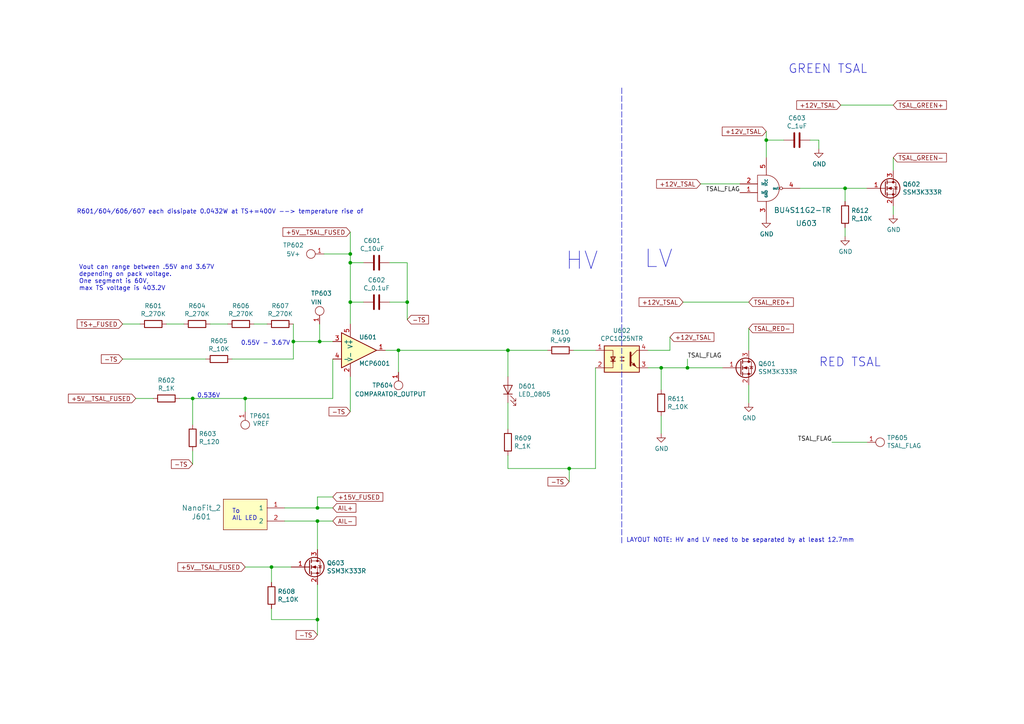
<source format=kicad_sch>
(kicad_sch (version 20211123) (generator eeschema)
  (paper "A4")
  (lib_symbols
    (symbol "formula:BU4S11G2-TR" (pin_names (offset 1.016))
      (property "Reference" "U" (at 11.43 3.81 0))
      (property "Value" "BU4S11G2-TR" (at 11.43 6.35 0))
      (property "Datasheet" "http://rohmfs.rohm.com/en/products/databook/datasheet/ic/logic_switch/standard_logic/bu4s11g2-e.pdf" (at 15.24 13.97 0))
      (property "MFN" "DK" (at -8.89 -12.7 0))
      (symbol "BU4S11G2-TR_0_1"
        (polyline (pts (xy 0 3.81) (xy -2.54 3.81) (xy -2.54 -3.81) (xy 0 -3.81)))
        (circle (center 3.81 0) (radius 0.0001))
        (circle (center 4.318 0) (radius 0.4064))
      )
      (symbol "BU4S11G2-TR_1_1"
        (arc (start 0 -3.81) (mid 3.81 0) (end 0 3.81))
        (pin bidirectional line (at -7.62 -1.27 0) (length 5.08) (name "in") (number "1"))
        (pin bidirectional line (at -7.62 1.27 0) (length 5.08) (name "in") (number "2"))
        (pin bidirectional line (at 0 -8.89 90) (length 5.08) (name "GND") (number "3"))
        (pin bidirectional line (at 9.779 0 180) (length 5.08) (name "out") (number "4"))
        (pin bidirectional line (at 0 8.89 270) (length 5.08) (name "VCC") (number "5"))
      )
    )
    (symbol "formula:CPC1025NTR" (pin_names (offset 1.016))
      (property "Reference" "U" (at -5.08 5.08 0))
      (property "Value" "CPC1025NTR" (at 0 5.08 0))
      (symbol "CPC1025NTR_0_1"
        (rectangle (start -5.08 3.81) (end 5.08 -3.81) (stroke (width 0.254)) (fill (type background)))
        (polyline (pts (xy -3.175 -0.635) (xy -1.905 -0.635)) (stroke (width 0.254)))
        (polyline (pts (xy 2.54 0.635) (xy 4.445 2.54)))
        (polyline (pts (xy 4.445 -2.54) (xy 2.54 -0.635)) (fill (type outline)))
        (polyline (pts (xy 4.445 -2.54) (xy 5.08 -2.54)))
        (polyline (pts (xy 4.445 2.54) (xy 5.08 2.54)))
        (polyline (pts (xy -2.54 -0.635) (xy -2.54 -2.54) (xy -5.08 -2.54)))
        (polyline (pts (xy 2.54 1.905) (xy 2.54 -1.905) (xy 2.54 -1.905)) (stroke (width 0.508)))
        (polyline (pts (xy -5.08 2.54) (xy -2.54 2.54) (xy -2.54 -1.27) (xy -2.54 0.635)))
        (polyline (pts (xy -2.54 -0.635) (xy -3.175 0.635) (xy -1.905 0.635) (xy -2.54 -0.635)) (stroke (width 0.254)))
        (polyline (pts (xy -0.508 -0.508) (xy 0.762 -0.508) (xy 0.381 -0.635) (xy 0.381 -0.381) (xy 0.762 -0.508)))
        (polyline (pts (xy -0.508 0.508) (xy 0.762 0.508) (xy 0.381 0.381) (xy 0.381 0.635) (xy 0.762 0.508)))
        (polyline (pts (xy 3.048 -1.651) (xy 3.556 -1.143) (xy 4.064 -2.159) (xy 3.048 -1.651) (xy 3.048 -1.651)) (fill (type outline)))
      )
      (symbol "CPC1025NTR_1_1"
        (pin passive line (at -7.62 2.54 0) (length 2.54) (name "~") (number "1"))
        (pin passive line (at -7.62 -2.54 0) (length 2.54) (name "~") (number "2"))
        (pin passive line (at 7.62 -2.54 180) (length 2.54) (name "~") (number "3"))
        (pin passive line (at 7.62 2.54 180) (length 2.54) (name "~") (number "4"))
      )
    )
    (symbol "formula:C_0.1uF" (pin_numbers hide) (pin_names (offset 0.254))
      (property "Reference" "C" (at 0.635 2.54 0))
      (property "Value" "C_0.1uF" (at 0.635 -2.54 0))
      (symbol "C_0.1uF_0_1"
        (polyline (pts (xy -2.032 -0.762) (xy 2.032 -0.762)) (stroke (width 0.508)))
        (polyline (pts (xy -2.032 0.762) (xy 2.032 0.762)) (stroke (width 0.508)))
      )
      (symbol "C_0.1uF_1_1"
        (pin passive line (at 0 3.81 270) (length 2.794) (name "~") (number "1"))
        (pin passive line (at 0 -3.81 90) (length 2.794) (name "~") (number "2"))
      )
    )
    (symbol "formula:C_10uF" (pin_numbers hide) (pin_names (offset 0.254))
      (property "Reference" "C" (at 0.635 3.81 0))
      (property "Value" "C_10uF" (at 0.635 -1.27 0))
      (symbol "C_10uF_0_1"
        (polyline (pts (xy -2.032 0.508) (xy 2.032 0.508)) (stroke (width 0.508)))
        (polyline (pts (xy -2.032 2.032) (xy 2.032 2.032)) (stroke (width 0.508)))
      )
      (symbol "C_10uF_1_1"
        (pin passive line (at 0 5.08 270) (length 2.794) (name "~") (number "1"))
        (pin passive line (at 0 -2.54 90) (length 2.794) (name "~") (number "2"))
      )
    )
    (symbol "formula:C_1uF" (pin_numbers hide) (pin_names (offset 0.254))
      (property "Reference" "C" (at 0.635 3.81 0))
      (property "Value" "C_1uF" (at 0.635 -1.27 0))
      (symbol "C_1uF_0_1"
        (polyline (pts (xy -2.032 0.508) (xy 2.032 0.508)) (stroke (width 0.508)))
        (polyline (pts (xy -2.032 2.032) (xy 2.032 2.032)) (stroke (width 0.508)))
      )
      (symbol "C_1uF_1_1"
        (pin passive line (at 0 5.08 270) (length 2.794) (name "~") (number "1"))
        (pin passive line (at 0 -2.54 90) (length 2.794) (name "~") (number "2"))
      )
    )
    (symbol "formula:LED_0805" (pin_numbers hide) (pin_names (offset 1.016) hide)
      (property "Reference" "D" (at 0 -2.54 0))
      (property "Value" "LED_0805" (at 0 2.54 0))
      (symbol "LED_0805_0_1"
        (polyline (pts (xy -1.27 -1.27) (xy -1.27 1.27)) (stroke (width 0.2032)))
        (polyline (pts (xy -1.27 0) (xy 1.27 0)))
        (polyline (pts (xy 1.27 -1.27) (xy 1.27 1.27) (xy -1.27 0) (xy 1.27 -1.27)) (stroke (width 0.2032)))
        (polyline (pts (xy -3.048 -0.762) (xy -4.572 -2.286) (xy -3.81 -2.286) (xy -4.572 -2.286) (xy -4.572 -1.524)))
        (polyline (pts (xy -1.778 -0.762) (xy -3.302 -2.286) (xy -2.54 -2.286) (xy -3.302 -2.286) (xy -3.302 -1.524)))
      )
      (symbol "LED_0805_1_1"
        (pin passive line (at -3.81 0 0) (length 2.54) (name "K") (number "1"))
        (pin passive line (at 3.81 0 180) (length 2.54) (name "A") (number "2"))
      )
    )
    (symbol "formula:MCP6001"
      (property "Reference" "U" (at 0 5.08 0))
      (property "Value" "MCP6001" (at 0 -5.08 0))
      (symbol "MCP6001_0_1"
        (polyline (pts (xy -5.08 5.08) (xy 5.08 0) (xy -5.08 -5.08) (xy -5.08 5.08)) (stroke (width 0.254)) (fill (type background)))
        (pin power_in line (at -2.54 -7.62 90) (length 3.81) (name "V-") (number "2"))
        (pin power_in line (at -2.54 7.62 270) (length 3.81) (name "V+") (number "5"))
      )
      (symbol "MCP6001_1_1"
        (pin output line (at 7.62 0 180) (length 2.54) (name "~") (number "1"))
        (pin input line (at -7.62 2.54 0) (length 2.54) (name "+") (number "3"))
        (pin input line (at -7.62 -2.54 0) (length 2.54) (name "-") (number "4"))
      )
    )
    (symbol "formula:NanoFit_RA_TH_02" (pin_names (offset 1.016))
      (property "Reference" "J" (at 0 5.08 0))
      (property "Value" "NanoFit_RA_TH_02" (at 0 -7.62 0))
      (symbol "NanoFit_RA_TH_02_0_1"
        (rectangle (start -6.35 3.81) (end 6.35 -5.08) (fill (type background)))
      )
      (symbol "NanoFit_RA_TH_02_1_1"
        (pin input line (at -11.43 1.27 0) (length 5.08) (name "1") (number "1"))
        (pin input line (at -11.43 -2.54 0) (length 5.08) (name "2") (number "2"))
      )
    )
    (symbol "formula:R_10K" (pin_numbers hide) (pin_names (offset 0))
      (property "Reference" "R" (at 2.032 0 90))
      (property "Value" "R_10K" (at -2.54 0 90))
      (symbol "R_10K_0_1"
        (rectangle (start -1.016 -2.54) (end 1.016 2.54) (stroke (width 0.254)))
      )
      (symbol "R_10K_1_1"
        (pin passive line (at 0 3.81 270) (length 1.27) (name "~") (number "1"))
        (pin passive line (at 0 -3.81 90) (length 1.27) (name "~") (number "2"))
      )
    )
    (symbol "formula:R_120" (pin_numbers hide) (pin_names (offset 0))
      (property "Reference" "R" (at 2.032 0 90))
      (property "Value" "R_120" (at -2.54 0 90))
      (symbol "R_120_0_1"
        (rectangle (start -1.016 -2.54) (end 1.016 2.54) (stroke (width 0.254)))
      )
      (symbol "R_120_1_1"
        (pin passive line (at 0 3.81 270) (length 1.27) (name "~") (number "1"))
        (pin passive line (at 0 -3.81 90) (length 1.27) (name "~") (number "2"))
      )
    )
    (symbol "formula:R_1K" (pin_numbers hide) (pin_names (offset 0))
      (property "Reference" "R" (at 2.032 0 90))
      (property "Value" "R_1K" (at -2.54 0 90))
      (symbol "R_1K_0_1"
        (rectangle (start -1.016 -2.54) (end 1.016 2.54) (stroke (width 0.254)))
      )
      (symbol "R_1K_1_1"
        (pin passive line (at 0 3.81 270) (length 1.27) (name "~") (number "1"))
        (pin passive line (at 0 -3.81 90) (length 1.27) (name "~") (number "2"))
      )
    )
    (symbol "formula:R_270K" (pin_numbers hide) (pin_names (offset 0))
      (property "Reference" "R" (at 2.032 0 90))
      (property "Value" "R_270K" (at -2.54 0 90))
      (symbol "R_270K_0_1"
        (rectangle (start -1.016 -2.54) (end 1.016 2.54) (stroke (width 0.254)))
      )
      (symbol "R_270K_1_1"
        (pin passive line (at 0 3.81 270) (length 1.27) (name "~") (number "1"))
        (pin passive line (at 0 -3.81 90) (length 1.27) (name "~") (number "2"))
      )
    )
    (symbol "formula:R_499" (pin_numbers hide) (pin_names (offset 0))
      (property "Reference" "R" (at 2.032 0 90))
      (property "Value" "R_499" (at -2.54 0 90))
      (symbol "R_499_0_1"
        (rectangle (start -1.016 -2.54) (end 1.016 2.54) (stroke (width 0.254)))
      )
      (symbol "R_499_1_1"
        (pin passive line (at 0 3.81 270) (length 1.27) (name "~") (number "1"))
        (pin passive line (at 0 -3.81 90) (length 1.27) (name "~") (number "2"))
      )
    )
    (symbol "formula:SSM3K333R" (pin_names (offset 0) hide)
      (property "Reference" "Q" (at 5.08 1.905 0))
      (property "Value" "SSM3K333R" (at 5.08 0 0))
      (symbol "SSM3K333R_0_1"
        (polyline (pts (xy 0.762 -1.778) (xy 2.54 -1.778)))
        (polyline (pts (xy 0.762 -1.27) (xy 0.762 -2.286)) (stroke (width 0.254)))
        (polyline (pts (xy 0.762 0) (xy 2.54 0)))
        (polyline (pts (xy 0.762 0.508) (xy 0.762 -0.508)) (stroke (width 0.254)))
        (polyline (pts (xy 0.762 1.778) (xy 2.54 1.778)))
        (polyline (pts (xy 0.762 2.286) (xy 0.762 1.27)) (stroke (width 0.254)))
        (polyline (pts (xy 2.54 -1.778) (xy 2.54 -2.54)))
        (polyline (pts (xy 2.54 -1.778) (xy 2.54 0)))
        (polyline (pts (xy 2.54 2.54) (xy 2.54 1.778)))
        (polyline (pts (xy 0.254 1.905) (xy 0.254 -1.905) (xy 0.254 -1.905)) (stroke (width 0.254)))
        (polyline (pts (xy 1.016 0) (xy 2.032 0.381) (xy 2.032 -0.381) (xy 1.016 0)) (fill (type outline)))
        (polyline (pts (xy 2.54 -1.778) (xy 3.302 -1.778) (xy 3.302 1.778) (xy 2.54 1.778)))
        (polyline (pts (xy 2.794 0.508) (xy 2.921 0.381) (xy 3.683 0.381) (xy 3.81 0.254)))
        (polyline (pts (xy 3.302 0.381) (xy 2.921 -0.254) (xy 3.683 -0.254) (xy 3.302 0.381)))
        (circle (center 1.651 0) (radius 2.8194) (stroke (width 0.254)))
        (circle (center 2.54 -1.778) (radius 0.2794) (fill (type outline)))
        (circle (center 2.54 1.778) (radius 0.2794) (fill (type outline)))
      )
      (symbol "SSM3K333R_1_1"
        (pin input line (at -5.08 0 0) (length 5.334) (name "G") (number "1"))
        (pin passive line (at 2.54 -5.08 90) (length 2.54) (name "S") (number "2"))
        (pin passive line (at 2.54 5.08 270) (length 2.54) (name "D") (number "3"))
      )
    )
    (symbol "formula:Test_Point_SMD" (pin_names (offset 1.016))
      (property "Reference" "TP" (at 0 7.62 0))
      (property "Value" "Test_Point_SMD" (at 1.27 5.08 0))
      (symbol "Test_Point_SMD_1_1"
        (circle (center 0 2.54) (radius 1.27))
        (pin input line (at 0 -1.27 90) (length 2.54) (name "~") (number "1"))
      )
    )
    (symbol "power:GND" (power) (pin_names (offset 0))
      (property "Value" "GND" (at 0 -3.81 0))
      (symbol "GND_0_1"
        (polyline (pts (xy 0 0) (xy 0 -1.27) (xy 1.27 -1.27) (xy 0 -2.54) (xy -1.27 -1.27) (xy 0 -1.27)))
      )
      (symbol "GND_1_1"
        (pin power_in line (at 0 0 270) (length 0) hide (name "GND") (number "1"))
      )
    )
  )
  (junction (at 92.075 147.32))
  (junction (at 71.12 115.57))
  (junction (at 78.74 164.465))
  (junction (at 101.6 76.2))
  (junction (at 165.1 135.89))
  (junction (at 245.11 54.61))
  (junction (at 55.88 115.57))
  (junction (at 85.09 99.06))
  (junction (at 101.6 73.66))
  (junction (at 191.77 106.68))
  (junction (at 222.25 40.64))
  (junction (at 92.075 179.705))
  (junction (at 92.075 151.13))
  (junction (at 118.11 87.63))
  (junction (at 92.71 99.06))
  (junction (at 147.32 101.6))
  (junction (at 101.6 87.63))
  (junction (at 115.57 101.6))
  (junction (at 199.39 106.68))
  (wire (pts (xy 101.6 109.22) (xy 101.6 119.38)))
  (wire (pts (xy 166.37 101.6) (xy 172.72 101.6)))
  (wire (pts (xy 82.55 151.13) (xy 92.075 151.13)))
  (wire (pts (xy 147.32 132.08) (xy 147.32 135.89)))
  (wire (pts (xy 101.6 93.98) (xy 101.6 87.63)))
  (wire (pts (xy 101.6 87.63) (xy 101.6 76.2)))
  (wire (pts (xy 187.96 106.68) (xy 191.77 106.68)))
  (wire (pts (xy 237.49 40.64) (xy 234.95 40.64)))
  (wire (pts (xy 158.75 101.6) (xy 147.32 101.6)))
  (wire (pts (xy 191.77 106.68) (xy 191.77 113.03)))
  (wire (pts (xy 243.84 30.48) (xy 259.08 30.48)))
  (polyline (pts (xy 180.34 157.48) (xy 180.34 25.4)))
  (wire (pts (xy 105.41 87.63) (xy 101.6 87.63)))
  (wire (pts (xy 232.029 54.61) (xy 245.11 54.61)))
  (wire (pts (xy 115.57 101.6) (xy 115.57 107.95)))
  (wire (pts (xy 78.74 164.465) (xy 84.455 164.465)))
  (wire (pts (xy 48.26 93.98) (xy 53.34 93.98)))
  (wire (pts (xy 217.17 95.25) (xy 217.17 101.6)))
  (wire (pts (xy 113.03 87.63) (xy 118.11 87.63)))
  (wire (pts (xy 105.41 76.2) (xy 101.6 76.2)))
  (wire (pts (xy 194.31 101.6) (xy 194.31 97.79)))
  (wire (pts (xy 101.6 73.66) (xy 101.6 67.31)))
  (wire (pts (xy 113.03 76.2) (xy 118.11 76.2)))
  (wire (pts (xy 118.11 87.63) (xy 118.11 92.71)))
  (wire (pts (xy 245.11 54.61) (xy 251.46 54.61)))
  (wire (pts (xy 92.075 144.145) (xy 92.075 147.32)))
  (wire (pts (xy 227.33 40.64) (xy 222.25 40.64)))
  (wire (pts (xy 222.25 40.64) (xy 222.25 45.72)))
  (wire (pts (xy 259.08 49.53) (xy 259.08 45.72)))
  (wire (pts (xy 199.39 106.68) (xy 199.39 104.14)))
  (wire (pts (xy 217.17 111.76) (xy 217.17 116.84)))
  (wire (pts (xy 52.07 115.57) (xy 55.88 115.57)))
  (wire (pts (xy 222.25 38.1) (xy 222.25 40.64)))
  (wire (pts (xy 92.075 147.32) (xy 82.55 147.32)))
  (wire (pts (xy 78.74 164.465) (xy 78.74 168.91)))
  (wire (pts (xy 259.08 59.69) (xy 259.08 62.23)))
  (wire (pts (xy 187.96 101.6) (xy 194.31 101.6)))
  (wire (pts (xy 78.74 176.53) (xy 78.74 179.705)))
  (wire (pts (xy 147.32 101.6) (xy 147.32 109.22)))
  (wire (pts (xy 55.88 115.57) (xy 71.12 115.57)))
  (wire (pts (xy 92.075 169.545) (xy 92.075 179.705)))
  (wire (pts (xy 73.66 93.98) (xy 77.47 93.98)))
  (wire (pts (xy 92.075 179.705) (xy 92.075 184.15)))
  (wire (pts (xy 78.74 179.705) (xy 92.075 179.705)))
  (wire (pts (xy 115.57 101.6) (xy 147.32 101.6)))
  (wire (pts (xy 96.52 151.13) (xy 92.075 151.13)))
  (wire (pts (xy 96.52 115.57) (xy 96.52 104.14)))
  (wire (pts (xy 93.98 73.66) (xy 101.6 73.66)))
  (wire (pts (xy 96.52 147.32) (xy 92.075 147.32)))
  (wire (pts (xy 203.2 53.34) (xy 214.63 53.34)))
  (wire (pts (xy 85.09 99.06) (xy 85.09 93.98)))
  (wire (pts (xy 85.09 104.14) (xy 67.31 104.14)))
  (wire (pts (xy 241.3 128.27) (xy 251.46 128.27)))
  (wire (pts (xy 245.11 66.04) (xy 245.11 68.58)))
  (wire (pts (xy 92.71 93.98) (xy 92.71 99.06)))
  (wire (pts (xy 60.96 93.98) (xy 66.04 93.98)))
  (wire (pts (xy 199.39 106.68) (xy 209.55 106.68)))
  (wire (pts (xy 111.76 101.6) (xy 115.57 101.6)))
  (wire (pts (xy 245.11 58.42) (xy 245.11 54.61)))
  (wire (pts (xy 172.72 135.89) (xy 172.72 106.68)))
  (wire (pts (xy 85.09 99.06) (xy 85.09 104.14)))
  (wire (pts (xy 165.1 135.89) (xy 165.1 139.7)))
  (wire (pts (xy 59.69 104.14) (xy 35.56 104.14)))
  (wire (pts (xy 96.52 99.06) (xy 92.71 99.06)))
  (wire (pts (xy 35.56 93.98) (xy 40.64 93.98)))
  (wire (pts (xy 198.12 87.63) (xy 217.17 87.63)))
  (wire (pts (xy 55.88 115.57) (xy 55.88 123.19)))
  (wire (pts (xy 118.11 76.2) (xy 118.11 87.63)))
  (wire (pts (xy 92.075 151.13) (xy 92.075 159.385)))
  (wire (pts (xy 147.32 116.84) (xy 147.32 124.46)))
  (wire (pts (xy 191.77 106.68) (xy 199.39 106.68)))
  (wire (pts (xy 39.37 115.57) (xy 44.45 115.57)))
  (wire (pts (xy 101.6 76.2) (xy 101.6 73.66)))
  (wire (pts (xy 71.12 164.465) (xy 78.74 164.465)))
  (wire (pts (xy 237.49 43.18) (xy 237.49 40.64)))
  (wire (pts (xy 71.12 115.57) (xy 71.12 119.38)))
  (wire (pts (xy 55.88 130.81) (xy 55.88 134.62)))
  (wire (pts (xy 165.1 135.89) (xy 172.72 135.89)))
  (wire (pts (xy 96.52 144.145) (xy 92.075 144.145)))
  (wire (pts (xy 71.12 115.57) (xy 96.52 115.57)))
  (wire (pts (xy 191.77 120.65) (xy 191.77 125.73)))
  (wire (pts (xy 92.71 99.06) (xy 85.09 99.06)))
  (wire (pts (xy 147.32 135.89) (xy 165.1 135.89)))
  (text "HV" (at 163.83 78.74 0) (effects (font (size 5.08 5.08)) (justify left bottom)))
  (text "RED TSAL" (at 237.49 106.68 0) (effects (font (size 2.54 2.54)) (justify left bottom)))
  (text "Vout can range between .55V and 3.67V \ndepending on pack voltage. \nOne segment is 60V, \nmax TS voltage is 403.2V" (at 22.86 84.455 0) (effects (font (size 1.27 1.27)) (justify left bottom)))
  (text "R601/604/606/607 each dissipate 0.0432W at TS+=400V --> temperature rise of" (at 22.225 62.23 0) (effects (font (size 1.27 1.27)) (justify left bottom)))
  (text "LAYOUT NOTE: HV and LV need to be separated by at least 12.7mm" (at 181.61 157.48 0) (effects (font (size 1.27 1.27)) (justify left bottom)))
  (text "0.536V" (at 57.15 115.57 0) (effects (font (size 1.27 1.27)) (justify left bottom)))
  (text "GREEN TSAL\n" (at 228.6 21.59 0) (effects (font (size 2.54 2.54)) (justify left bottom)))
  (text "LV\n\n" (at 186.69 86.36 0) (effects (font (size 5.08 5.08)) (justify left bottom)))
  (text "To \nAIL LED" (at 67.31 151.13 0) (effects (font (size 1.27 1.27)) (justify left bottom)))
  (text "0.55V - 3.67V" (at 69.85 100.33 0) (effects (font (size 1.27 1.27)) (justify left bottom)))
  (label "TSAL_FLAG" (at 214.63 55.88 180))
  (label "TSAL_FLAG" (at 241.3 128.27 180))
  (label "TSAL_FLAG" (at 199.39 104.14 0))
  (global_label "+12V_TSAL" (shape input) (at 203.2 53.34 180) (property "Intersheet References" "${INTERSHEET_REFS}" (effects hide)))
  (global_label "-TS" (shape input) (at 101.6 119.38 180) (property "Intersheet References" "${INTERSHEET_REFS}" (effects hide)))
  (global_label "AIL+" (shape input) (at 96.52 147.32 0) (property "Intersheet References" "${INTERSHEET_REFS}" (effects hide)))
  (global_label "TSAL_RED-" (shape input) (at 217.17 95.25 0) (property "Intersheet References" "${INTERSHEET_REFS}" (effects hide)))
  (global_label "-TS" (shape input) (at 118.11 92.71 0) (property "Intersheet References" "${INTERSHEET_REFS}" (effects hide)))
  (global_label "TSAL_GREEN+" (shape input) (at 259.08 30.48 0) (property "Intersheet References" "${INTERSHEET_REFS}" (effects hide)))
  (global_label "TSAL_RED+" (shape input) (at 217.17 87.63 0) (property "Intersheet References" "${INTERSHEET_REFS}" (effects hide)))
  (global_label "+5V__TSAL_FUSED" (shape input) (at 71.12 164.465 180) (property "Intersheet References" "${INTERSHEET_REFS}" (effects hide)))
  (global_label "+12V_TSAL" (shape input) (at 198.12 87.63 180) (property "Intersheet References" "${INTERSHEET_REFS}" (effects hide)))
  (global_label "-TS" (shape input) (at 55.88 134.62 180) (property "Intersheet References" "${INTERSHEET_REFS}" (effects hide)))
  (global_label "AIL-" (shape input) (at 96.52 151.13 0) (property "Intersheet References" "${INTERSHEET_REFS}" (effects hide)))
  (global_label "+5V__TSAL_FUSED" (shape input) (at 101.6 67.31 180) (property "Intersheet References" "${INTERSHEET_REFS}" (effects hide)))
  (global_label "+12V_TSAL" (shape input) (at 243.84 30.48 180) (property "Intersheet References" "${INTERSHEET_REFS}" (effects hide)))
  (global_label "TSAL_GREEN-" (shape input) (at 259.08 45.72 0) (property "Intersheet References" "${INTERSHEET_REFS}" (effects hide)))
  (global_label "+12V_TSAL" (shape input) (at 194.31 97.79 0) (property "Intersheet References" "${INTERSHEET_REFS}" (effects hide)))
  (global_label "+5V__TSAL_FUSED" (shape input) (at 39.37 115.57 180) (property "Intersheet References" "${INTERSHEET_REFS}" (effects hide)))
  (global_label "-TS" (shape input) (at 92.075 184.15 180) (property "Intersheet References" "${INTERSHEET_REFS}" (effects hide)))
  (global_label "-TS" (shape input) (at 165.1 139.7 180) (property "Intersheet References" "${INTERSHEET_REFS}" (effects hide)))
  (global_label "TS+_FUSED" (shape input) (at 35.56 93.98 180) (property "Intersheet References" "${INTERSHEET_REFS}" (effects hide)))
  (global_label "+15V_FUSED" (shape input) (at 96.52 144.145 0) (property "Intersheet References" "${INTERSHEET_REFS}" (effects hide)))
  (global_label "+12V_TSAL" (shape input) (at 222.25 38.1 180) (property "Intersheet References" "${INTERSHEET_REFS}" (effects hide)))
  (global_label "-TS" (shape input) (at 35.56 104.14 180) (property "Intersheet References" "${INTERSHEET_REFS}" (effects hide)))
  (symbol (lib_id "formula:C_1uF") (at 229.87 40.64 270) (unit 1)
    (property "Reference" "C603" (at 231.14 34.2392 90))
    (property "Value" "C_1uF" (at 231.14 36.5506 90))
    (property "Footprint" "footprints:C_0805_OEM" (effects hide))
    (property "Datasheet" "https://www.yageo.com/upload/media/product/productsearch/datasheet/mlcc/UPY-GPHC_Y5V_6.3V-to-50V_9.pdf" (effects hide))
    (property "PurchasingLink" "https://www.digikey.com/product-detail/en/yageo/CC0805ZKY5V9BB105/311-1909-1-ND/5195811#images" (effects hide))
  )
  (symbol (lib_id "power:GND") (at 237.49 43.18 0) (unit 1)
    (property "Reference" "#PWR0171" (effects hide))
    (property "Value" "GND" (at 237.617 47.5742 0))
  )
  (symbol (lib_id "formula:BU4S11G2-TR") (at 222.25 54.61 0) (unit 1)
    (property "Reference" "U603" (at 230.759 64.77 0) (effects (font (size 1.524 1.524)) (justify left)))
    (property "Value" "BU4S11G2-TR" (at 224.409 60.96 0) (effects (font (size 1.524 1.524)) (justify left)))
    (property "Footprint" "footprints:SSOP5" (effects hide))
    (property "Datasheet" "http://rohmfs.rohm.com/en/products/databook/datasheet/ic/logic_switch/standard_logic/bu4s11g2-e.pdf" (effects hide))
    (property "MFN" "DK" (effects hide))
    (property "MPN" "BU4S11G2-TR" (effects hide))
    (property "PurchasingLink" "https://www.digikey.com/product-detail/en/rohm-semiconductor/BU4S11G2-TR/BU4S11G2CT-ND/1158708" (effects hide))
  )
  (symbol (lib_id "power:GND") (at 222.25 63.5 0) (unit 1)
    (property "Reference" "#PWR0172" (effects hide))
    (property "Value" "GND" (at 222.377 67.8942 0))
  )
  (symbol (lib_id "formula:NanoFit_RA_TH_02") (at 71.12 148.59 0) (mirror y) (unit 1)
    (property "Reference" "J601" (at 58.42 149.86 0) (effects (font (size 1.524 1.524))))
    (property "Value" "NanoFit_2" (at 58.42 147.32 0) (effects (font (size 1.524 1.524))))
    (property "Footprint" "footprints:NanoFit_Molex_1x02x2.50mm_Angled_OEM" (effects hide))
    (property "Datasheet" "https://www.molex.com/pdm_docs/sd/1053131102_sd.pdf" (effects hide))
    (property "MFN" "DK" (effects hide))
    (property "MPN" "WM14972-ND" (effects hide))
    (property "PurchasingLink" "https://www.digikey.com/products/en/connectors-interconnects/rectangular-connectors-headers-male-pins/314?k=nanofit+2&k=&pkeyword=nanofit+2&pv88=2&pv69=367&sf=0&FV=ffe0013a&quantity=&ColumnSort=0&page=1&pageSize=25" (effects hide))
  )
  (symbol (lib_id "formula:MCP6001") (at 104.14 101.6 0) (unit 1)
    (property "Reference" "U601" (at 104.14 97.79 0) (effects (justify left)))
    (property "Value" "MCP6001" (at 104.14 105.41 0) (effects (justify left)))
    (property "Footprint" "footprints:SOT-23-5" (effects hide))
    (property "Datasheet" "http://ww1.microchip.com/downloads/en/DeviceDoc/21733j.pdf" (effects hide))
    (property "MFN" "DK" (effects hide))
    (property "MPN" "MCP6001T-I/OTCT-ND" (effects hide))
    (property "PurchasingLink" "https://www.digikey.com/product-detail/en/microchip-technology/MCP6001T-I-OT/MCP6001T-I-OTCT-ND/697158" (effects hide))
  )
  (symbol (lib_id "formula:R_270K") (at 44.45 93.98 270) (unit 1)
    (property "Reference" "R601" (at 44.45 88.7222 90))
    (property "Value" "R_270K" (at 44.45 91.0336 90))
    (property "Footprint" "footprints:R_0805_OEM" (effects hide))
    (property "Datasheet" "https://industrial.panasonic.com/cdbs/www-data/pdf/RDM0000/AOA0000C307.pdf" (effects hide))
    (property "MFN" "DK" (effects hide))
    (property "MPN" "P270KDACT-ND" (effects hide))
    (property "Webpage" "https://www.digikey.com/product-detail/en/panasonic-electronic-components/ERA-6AEB274V/P270KDACT-ND/1466005" (effects hide))
  )
  (symbol (lib_id "formula:R_270K") (at 57.15 93.98 270) (unit 1)
    (property "Reference" "R604" (at 57.15 88.7222 90))
    (property "Value" "R_270K" (at 57.15 91.0336 90))
    (property "Footprint" "footprints:R_0805_OEM" (effects hide))
    (property "Datasheet" "https://industrial.panasonic.com/cdbs/www-data/pdf/RDM0000/AOA0000C307.pdf" (effects hide))
    (property "MFN" "DK" (effects hide))
    (property "MPN" "P270KDACT-ND" (effects hide))
    (property "Webpage" "https://www.digikey.com/product-detail/en/panasonic-electronic-components/ERA-6AEB274V/P270KDACT-ND/1466005" (effects hide))
  )
  (symbol (lib_id "formula:R_270K") (at 69.85 93.98 270) (unit 1)
    (property "Reference" "R606" (at 69.85 88.7222 90))
    (property "Value" "R_270K" (at 69.85 91.0336 90))
    (property "Footprint" "footprints:R_0805_OEM" (effects hide))
    (property "Datasheet" "https://industrial.panasonic.com/cdbs/www-data/pdf/RDM0000/AOA0000C307.pdf" (effects hide))
    (property "MFN" "DK" (effects hide))
    (property "MPN" "P270KDACT-ND" (effects hide))
    (property "Webpage" "https://www.digikey.com/product-detail/en/panasonic-electronic-components/ERA-6AEB274V/P270KDACT-ND/1466005" (effects hide))
  )
  (symbol (lib_id "formula:R_270K") (at 81.28 93.98 270) (unit 1)
    (property "Reference" "R607" (at 81.28 88.7222 90))
    (property "Value" "R_270K" (at 81.28 91.0336 90))
    (property "Footprint" "footprints:R_0805_OEM" (effects hide))
    (property "Datasheet" "https://industrial.panasonic.com/cdbs/www-data/pdf/RDM0000/AOA0000C307.pdf" (effects hide))
    (property "MFN" "DK" (effects hide))
    (property "MPN" "P270KDACT-ND" (effects hide))
    (property "Webpage" "https://www.digikey.com/product-detail/en/panasonic-electronic-components/ERA-6AEB274V/P270KDACT-ND/1466005" (effects hide))
  )
  (symbol (lib_id "formula:R_10K") (at 63.5 104.14 270) (unit 1)
    (property "Reference" "R605" (at 63.5 98.8822 90))
    (property "Value" "R_10K" (at 63.5 101.1936 90))
    (property "Footprint" "footprints:R_0805_OEM" (effects hide))
    (property "Datasheet" "http://www.bourns.com/data/global/pdfs/CRS.pdf" (effects hide))
    (property "MFN" "DK" (effects hide))
    (property "MPN" "CRS0805-FX-1002ELFCT-ND" (effects hide))
    (property "PurchasingLink" "https://www.digikey.com/products/en?keywords=CRS0805-FX-1002ELFCT-ND" (effects hide))
  )
  (symbol (lib_id "formula:C_10uF") (at 107.95 76.2 270) (unit 1)
    (property "Reference" "C601" (at 107.95 69.7992 90))
    (property "Value" "C_10uF" (at 107.95 72.1106 90))
    (property "Footprint" "footprints:C_0805_OEM" (effects hide))
    (property "Datasheet" "http://www.samsungsem.com/kr/support/product-search/mlcc/__icsFiles/afieldfile/2018/06/20/CL21A106KPFNNNE.pdf" (effects hide))
    (property "MFN" "DK" (effects hide))
    (property "MPN" "1276-1052-1-ND" (effects hide))
    (property "PurchasingLink" "https://www.digikey.com/product-detail/en/samsung-electro-mechanics/CL21A106KPFNNNE/1276-1052-1-ND/3889138" (effects hide))
  )
  (symbol (lib_id "formula:C_0.1uF") (at 109.22 87.63 270) (unit 1)
    (property "Reference" "C602" (at 109.22 81.2292 90))
    (property "Value" "C_0.1uF" (at 109.22 83.5406 90))
    (property "Footprint" "footprints:C_0805_OEM" (effects hide))
    (property "Datasheet" "http://datasheets.avx.com/X7RDielectric.pdf" (effects hide))
    (property "MFN" "DK" (effects hide))
    (property "MPN" "478-3352-1-ND" (effects hide))
    (property "PurchasingLink" "https://www.digikey.com/products/en?keywords=478-3352-1-ND" (effects hide))
  )
  (symbol (lib_id "formula:LED_0805") (at 147.32 113.03 90) (unit 1)
    (property "Reference" "D601" (at 150.2918 112.0394 90) (effects (justify right)))
    (property "Value" "LED_0805" (at 150.2918 114.3508 90) (effects (justify right)))
    (property "Footprint" "footprints:LED_0805_OEM" (effects hide))
    (property "Datasheet" "http://www.osram-os.com/Graphics/XPic9/00078860_0.pdf" (effects hide))
    (property "MFN" "DK" (effects hide))
    (property "MPN" "475-1410-1-ND" (effects hide))
    (property "PurchasingLink" "https://www.digikey.com/products/en?keywords=475-1410-1-ND" (effects hide))
  )
  (symbol (lib_id "formula:R_1K") (at 147.32 128.27 0) (unit 1)
    (property "Reference" "R609" (at 149.098 127.1016 0) (effects (justify left)))
    (property "Value" "R_1K" (at 149.098 129.413 0) (effects (justify left)))
    (property "Footprint" "footprints:R_0805_OEM" (effects hide))
    (property "Datasheet" "https://www.seielect.com/Catalog/SEI-rncp.pdf" (effects hide))
    (property "MFN" "DK" (effects hide))
    (property "MPN" "RNCP0805FTD1K00CT-ND" (effects hide))
    (property "PurchasingLink" "https://www.digikey.com/products/en?keywords=RNCP0805FTD1K00CT-ND" (effects hide))
  )
  (symbol (lib_id "formula:R_499") (at 162.56 101.6 270) (unit 1)
    (property "Reference" "R610" (at 162.56 96.3422 90))
    (property "Value" "R_499" (at 162.56 98.6536 90))
    (property "Footprint" "footprints:R_0805_OEM" (effects hide))
    (property "Datasheet" "https://industrial.panasonic.com/cdbs/www-data/pdf/RDA0000/AOA0000C304.pdf" (effects hide))
    (property "MFN" "DK" (effects hide))
    (property "MPN" "P499CCT-ND" (effects hide))
    (property "PurchasingLink" "https://www.digikey.com/product-detail/en/panasonic-electronic-components/ERJ-6ENF4990V/P499CCT-ND/118870" (effects hide))
  )
  (symbol (lib_id "formula:SSM3K333R") (at 214.63 106.68 0) (unit 1)
    (property "Reference" "Q601" (at 219.8624 105.5116 0) (effects (justify left)))
    (property "Value" "SSM3K333R" (at 219.8624 107.823 0) (effects (justify left)))
    (property "Footprint" "footprints:SOT-23F" (effects hide))
    (property "Datasheet" "https://drive.google.com/drive/folders/0B-V-iZf33Y4GNzhDQTJZanJRbVk" (effects hide))
    (property "MFN" "DK" (effects hide))
    (property "MPN" "SSM3K333RLFCT-ND" (effects hide))
    (property "PurchasingLink" "https://www.digikey.com/product-detail/en/toshiba-semiconductor-and-storage/SSM3K333RLF/SSM3K333RLFCT-ND/3522391" (effects hide))
  )
  (symbol (lib_id "formula:R_10K") (at 191.77 116.84 0) (unit 1)
    (property "Reference" "R611" (at 193.548 115.6716 0) (effects (justify left)))
    (property "Value" "R_10K" (at 193.548 117.983 0) (effects (justify left)))
    (property "Footprint" "footprints:R_0805_OEM" (effects hide))
    (property "Datasheet" "http://www.bourns.com/data/global/pdfs/CRS.pdf" (effects hide))
    (property "MFN" "DK" (effects hide))
    (property "MPN" "CRS0805-FX-1002ELFCT-ND" (effects hide))
    (property "PurchasingLink" "https://www.digikey.com/products/en?keywords=CRS0805-FX-1002ELFCT-ND" (effects hide))
  )
  (symbol (lib_id "power:GND") (at 191.77 125.73 0) (unit 1)
    (property "Reference" "#PWR0170" (effects hide))
    (property "Value" "GND" (at 191.897 130.1242 0))
  )
  (symbol (lib_id "power:GND") (at 217.17 116.84 0) (unit 1)
    (property "Reference" "#PWR0175" (effects hide))
    (property "Value" "GND" (at 217.297 121.2342 0))
  )
  (symbol (lib_id "power:GND") (at 259.08 62.23 0) (unit 1)
    (property "Reference" "#PWR0174" (effects hide))
    (property "Value" "GND" (at 259.207 66.6242 0))
  )
  (symbol (lib_id "power:GND") (at 245.11 68.58 0) (unit 1)
    (property "Reference" "#PWR0173" (effects hide))
    (property "Value" "GND" (at 245.237 72.9742 0))
  )
  (symbol (lib_id "formula:R_10K") (at 245.11 62.23 0) (unit 1)
    (property "Reference" "R612" (at 246.888 61.0616 0) (effects (justify left)))
    (property "Value" "R_10K" (at 246.888 63.373 0) (effects (justify left)))
    (property "Footprint" "footprints:R_0805_OEM" (effects hide))
    (property "Datasheet" "http://www.bourns.com/data/global/pdfs/CRS.pdf" (effects hide))
    (property "MFN" "DK" (effects hide))
    (property "MPN" "CRS0805-FX-1002ELFCT-ND" (effects hide))
    (property "PurchasingLink" "https://www.digikey.com/products/en?keywords=CRS0805-FX-1002ELFCT-ND" (effects hide))
  )
  (symbol (lib_id "formula:SSM3K333R") (at 256.54 54.61 0) (unit 1)
    (property "Reference" "Q602" (at 261.7724 53.4416 0) (effects (justify left)))
    (property "Value" "SSM3K333R" (at 261.7724 55.753 0) (effects (justify left)))
    (property "Footprint" "footprints:SOT-23F" (effects hide))
    (property "Datasheet" "https://drive.google.com/drive/folders/0B-V-iZf33Y4GNzhDQTJZanJRbVk" (effects hide))
    (property "MFN" "DK" (effects hide))
    (property "MPN" "SSM3K333RLFCT-ND" (effects hide))
    (property "PurchasingLink" "https://www.digikey.com/product-detail/en/toshiba-semiconductor-and-storage/SSM3K333RLF/SSM3K333RLFCT-ND/3522391" (effects hide))
  )
  (symbol (lib_id "formula:Test_Point_SMD") (at 252.73 128.27 270) (unit 1)
    (property "Reference" "TP605" (at 257.2512 126.9746 90) (effects (justify left)))
    (property "Value" "TSAL_FLAG" (at 257.2512 129.286 90) (effects (justify left)))
    (property "Footprint" "TestPoint:TestPoint_Pad_D1.0mm" (effects hide))
  )
  (symbol (lib_id "formula:Test_Point_SMD") (at 92.71 73.66 90) (unit 1)
    (property "Reference" "TP602" (at 85.09 71.12 90))
    (property "Value" "5V+" (at 85.09 73.66 90))
    (property "Footprint" "TestPoint:TestPoint_Pad_D1.0mm" (effects hide))
  )
  (symbol (lib_id "formula:Test_Point_SMD") (at 92.71 92.71 0) (unit 1)
    (property "Reference" "TP603" (at 90.17 85.09 0) (effects (justify left)))
    (property "Value" "VIN" (at 90.17 87.63 0) (effects (justify left)))
    (property "Footprint" "TestPoint:TestPoint_Pad_D1.0mm" (effects hide))
  )
  (symbol (lib_id "formula:Test_Point_SMD") (at 115.57 109.22 180) (unit 1)
    (property "Reference" "TP604" (at 107.95 111.76 0) (effects (justify right)))
    (property "Value" "COMPARATOR_OUTPUT" (at 102.87 114.3 0) (effects (justify right)))
    (property "Footprint" "TestPoint:TestPoint_Pad_D1.0mm" (effects hide))
  )
  (symbol (lib_id "formula:Test_Point_SMD") (at 71.12 120.65 180) (unit 1)
    (property "Reference" "TP601" (at 72.39 120.65 0) (effects (justify right)))
    (property "Value" "VREF" (at 73.3552 122.8598 0) (effects (justify right)))
    (property "Footprint" "TestPoint:TestPoint_Pad_D1.0mm" (effects hide))
  )
  (symbol (lib_id "formula:CPC1025NTR") (at 180.34 104.14 0) (unit 1)
    (property "Reference" "U602" (at 180.34 95.885 0))
    (property "Value" "CPC1025NTR" (at 180.34 98.1964 0))
    (property "Footprint" "footprints:4-pin_SOP" (effects hide))
    (property "Datasheet" "https://toshiba.semicon-storage.com/info/docget.jsp?did=10569&prodName=TLP785" (effects hide))
  )
  (symbol (lib_id "formula:SSM3K333R") (at 89.535 164.465 0) (unit 1)
    (property "Reference" "Q603" (at 94.7674 163.2966 0) (effects (justify left)))
    (property "Value" "SSM3K333R" (at 94.7674 165.608 0) (effects (justify left)))
    (property "Footprint" "footprints:SOT-23F" (effects hide))
    (property "Datasheet" "https://drive.google.com/drive/folders/0B-V-iZf33Y4GNzhDQTJZanJRbVk" (effects hide))
    (property "MFN" "DK" (effects hide))
    (property "MPN" "SSM3K333RLFCT-ND" (effects hide))
    (property "PurchasingLink" "https://www.digikey.com/product-detail/en/toshiba-semiconductor-and-storage/SSM3K333RLF/SSM3K333RLFCT-ND/3522391" (effects hide))
  )
  (symbol (lib_id "formula:R_10K") (at 78.74 172.72 0) (unit 1)
    (property "Reference" "R608" (at 80.518 171.5516 0) (effects (justify left)))
    (property "Value" "R_10K" (at 80.518 173.863 0) (effects (justify left)))
    (property "Footprint" "footprints:R_0805_OEM" (effects hide))
    (property "Datasheet" "http://www.bourns.com/data/global/pdfs/CRS.pdf" (effects hide))
    (property "MFN" "DK" (effects hide))
    (property "MPN" "CRS0805-FX-1002ELFCT-ND" (effects hide))
    (property "PurchasingLink" "https://www.digikey.com/products/en?keywords=CRS0805-FX-1002ELFCT-ND" (effects hide))
  )
  (symbol (lib_id "formula:R_1K") (at 48.26 115.57 270) (unit 1)
    (property "Reference" "R602" (at 48.26 110.3122 90))
    (property "Value" "R_1K" (at 48.26 112.6236 90))
    (property "Footprint" "footprints:R_0805_OEM" (effects hide))
    (property "Datasheet" "https://www.seielect.com/Catalog/SEI-rncp.pdf" (effects hide))
    (property "MFN" "DK" (effects hide))
    (property "MPN" "RNCP0805FTD1K00CT-ND" (effects hide))
    (property "PurchasingLink" "https://www.digikey.com/products/en?keywords=RNCP0805FTD1K00CT-ND" (effects hide))
  )
  (symbol (lib_id "formula:R_120") (at 55.88 127 0) (unit 1)
    (property "Reference" "R603" (at 57.658 125.8316 0) (effects (justify left)))
    (property "Value" "R_120" (at 57.658 128.143 0) (effects (justify left)))
    (property "Footprint" "footprints:R_0805_OEM" (effects hide))
    (property "Datasheet" "https://www.mouser.com/datasheet/2/315/AOA0000C304-1149620.pdf" (effects hide))
    (property "MFN" "DK" (effects hide))
    (property "MPN" "667-ERJ-6ENF1200V" (effects hide))
    (property "PurchasingLink" "https://www.mouser.com/ProductDetail/Panasonic-Industrial-Devices/ERJ-6ENF1200V?qs=sGAEpiMZZMvdGkrng054t8AJgcdMkx7x%252bFQnctTMUmU%3d" (effects hide))
  )
)
</source>
